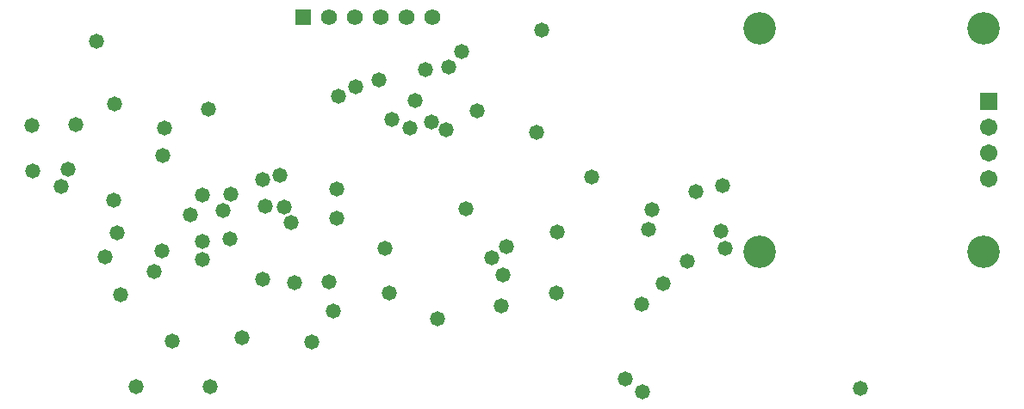
<source format=gbr>
%TF.GenerationSoftware,Altium Limited,Altium Designer,25.5.2 (35)*%
G04 Layer_Color=16711935*
%FSLAX45Y45*%
%MOMM*%
%TF.SameCoordinates,7619EFF6-2C7F-40E5-9203-650E7B3F98D6*%
%TF.FilePolarity,Negative*%
%TF.FileFunction,Soldermask,Bot*%
%TF.Part,Single*%
G01*
G75*
%TA.AperFunction,ComponentPad*%
%ADD73R,1.71120X1.71120*%
%ADD74C,1.71120*%
%ADD75C,3.20320*%
%ADD76C,1.57320*%
%ADD77R,1.57320X1.57320*%
%TA.AperFunction,ViaPad*%
%ADD78C,1.47320*%
D73*
X9808536Y3082833D02*
D03*
D74*
Y2828833D02*
D03*
Y2574833D02*
D03*
Y2320833D02*
D03*
D75*
X9758536Y3801833D02*
D03*
Y1601833D02*
D03*
X7558536D02*
D03*
Y3801833D02*
D03*
D76*
X4338956Y3913960D02*
D03*
X3322956D02*
D03*
X4084956D02*
D03*
X3576956D02*
D03*
X3830956D02*
D03*
D77*
X3068956D02*
D03*
D78*
X6396576Y1091081D02*
D03*
X4928089Y1547693D02*
D03*
X5559900Y1196558D02*
D03*
X1273267Y1181052D02*
D03*
X4332935Y2880139D02*
D03*
X3920453Y1196313D02*
D03*
X5418897Y3786574D02*
D03*
X5362318Y2782299D02*
D03*
X7197481Y2252194D02*
D03*
X5907892Y2338311D02*
D03*
X3589806Y3232383D02*
D03*
X6849638Y1507136D02*
D03*
X6239972Y352726D02*
D03*
X5036904Y1373108D02*
D03*
X1036559Y3676043D02*
D03*
X2141249Y3011274D02*
D03*
X836552Y2856050D02*
D03*
X403610Y2851433D02*
D03*
X757621Y2419534D02*
D03*
X2348679Y1726358D02*
D03*
X2670403Y1333028D02*
D03*
X2082887Y2162825D02*
D03*
X1603993Y1409883D02*
D03*
X1783955Y718939D02*
D03*
X3396498Y2219074D02*
D03*
X3397328Y1931474D02*
D03*
X6613174Y1287190D02*
D03*
X5067720Y1655992D02*
D03*
X3368085Y1020787D02*
D03*
X3414850Y3139203D02*
D03*
X4173672Y3094445D02*
D03*
X4497382Y3422747D02*
D03*
X4784359Y2995725D02*
D03*
X4670884Y2024678D02*
D03*
X4473087Y2806591D02*
D03*
X4391679Y940831D02*
D03*
X3156057Y717236D02*
D03*
X2954171Y1895100D02*
D03*
X1958391Y1965036D02*
D03*
X2982078Y1300882D02*
D03*
X1677835Y1613840D02*
D03*
X2469151Y756769D02*
D03*
X1429689Y272716D02*
D03*
X2155502Y270581D02*
D03*
X3878407Y1634740D02*
D03*
X4117506Y2822713D02*
D03*
X5570239Y1795477D02*
D03*
X5016401Y1067210D02*
D03*
X3946144Y2903573D02*
D03*
X3325084Y1309266D02*
D03*
X6929855Y2199194D02*
D03*
X4628749Y3577316D02*
D03*
X8550893Y254465D02*
D03*
X6402425Y223733D02*
D03*
X7176667Y1807865D02*
D03*
X6469156Y1821228D02*
D03*
X6502798Y2016353D02*
D03*
X2362733Y2170151D02*
D03*
X2285079Y2006053D02*
D03*
X2081422Y1707160D02*
D03*
X2694353Y2053589D02*
D03*
X4271283Y3396134D02*
D03*
X7217537Y1637140D02*
D03*
X3816272Y3296261D02*
D03*
X2078696Y1523814D02*
D03*
X2886760Y2040450D02*
D03*
X2668503Y2315453D02*
D03*
X2840198Y2353284D02*
D03*
X1237637Y1792836D02*
D03*
X1709808Y2825640D02*
D03*
X1687121Y2551932D02*
D03*
X1120970Y1554720D02*
D03*
X692855Y2247061D02*
D03*
X411584Y2396445D02*
D03*
X1218850Y3055676D02*
D03*
X1210987Y2108446D02*
D03*
%TF.MD5,81085ea17e14449ef3937551cd0063bf*%
M02*

</source>
